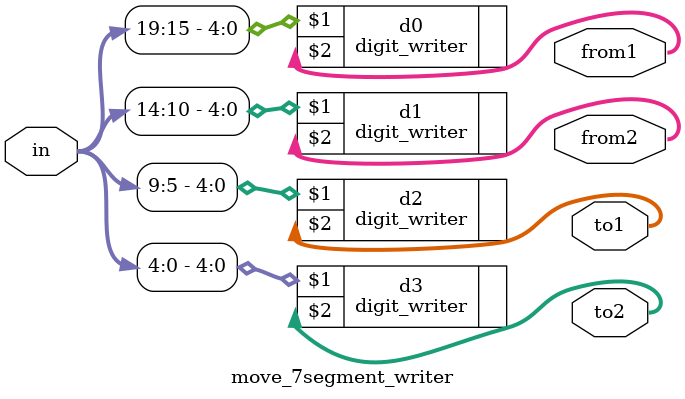
<source format=v>
module move_7segment_writer(in, from1, from2, to1, to2);

input [19:0] in;
output [6:0] from1, from2, to1, to2;

digit_writer d0(in[19:15], from1);
digit_writer d1(in[14:10], from2);
digit_writer d2(in[9:5], to1);
digit_writer d3(in[4:0], to2);

endmodule

</source>
